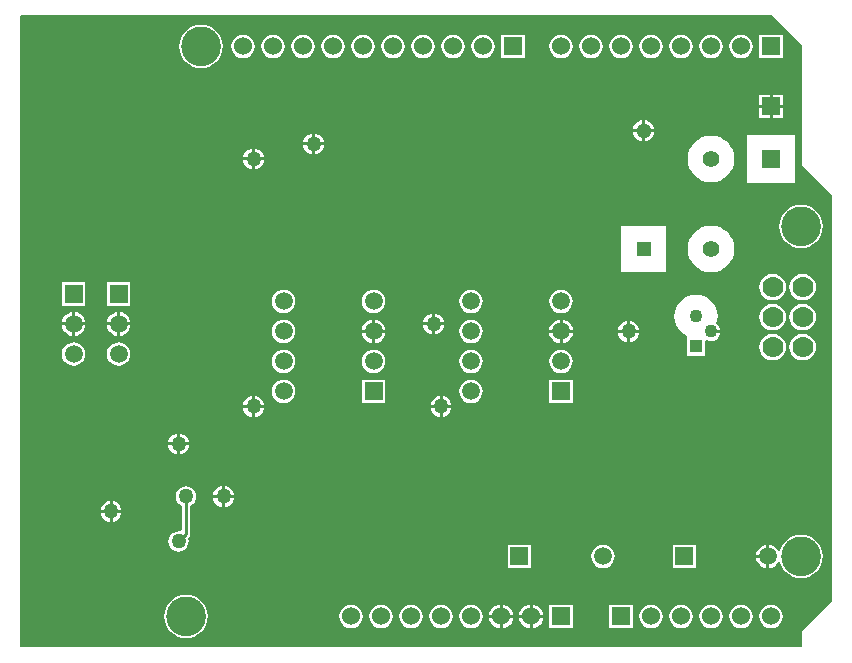
<source format=gbl>
G04*
G04 #@! TF.GenerationSoftware,Altium Limited,Altium Designer,20.0.12 (288)*
G04*
G04 Layer_Physical_Order=2*
G04 Layer_Color=16711680*
%FSLAX25Y25*%
%MOIN*%
G70*
G01*
G75*
%ADD14C,0.01000*%
%ADD15C,0.00500*%
%ADD17C,0.00700*%
%ADD36C,0.04331*%
%ADD37R,0.04331X0.04331*%
%ADD40C,0.05118*%
%ADD41R,0.05118X0.05118*%
%ADD48C,0.05906*%
%ADD49R,0.05906X0.05906*%
%ADD50R,0.05906X0.05906*%
%ADD51C,0.05512*%
%ADD52C,0.12598*%
%ADD53R,0.06000X0.06000*%
%ADD54C,0.06000*%
%ADD55C,0.07000*%
%ADD56C,0.05000*%
G36*
X260000Y200000D02*
Y160000D01*
X270000Y150000D01*
Y15000D01*
X260000Y5000D01*
Y0D01*
X0D01*
X-0Y210000D01*
X250000Y210000D01*
X260000Y200000D01*
D02*
G37*
%LPC*%
G36*
X253900Y203900D02*
X246100D01*
Y196100D01*
X253900D01*
Y203900D01*
D02*
G37*
G36*
X167900D02*
X160100D01*
Y196100D01*
X167900D01*
Y203900D01*
D02*
G37*
G36*
X240000Y203934D02*
X238982Y203800D01*
X238033Y203407D01*
X237218Y202782D01*
X236593Y201967D01*
X236200Y201018D01*
X236066Y200000D01*
X236200Y198982D01*
X236593Y198033D01*
X237218Y197219D01*
X238033Y196593D01*
X238982Y196200D01*
X240000Y196066D01*
X241018Y196200D01*
X241967Y196593D01*
X242781Y197219D01*
X243407Y198033D01*
X243800Y198982D01*
X243934Y200000D01*
X243800Y201018D01*
X243407Y201967D01*
X242781Y202782D01*
X241967Y203407D01*
X241018Y203800D01*
X240000Y203934D01*
D02*
G37*
G36*
X230000D02*
X228982Y203800D01*
X228033Y203407D01*
X227219Y202782D01*
X226593Y201967D01*
X226200Y201018D01*
X226066Y200000D01*
X226200Y198982D01*
X226593Y198033D01*
X227219Y197219D01*
X228033Y196593D01*
X228982Y196200D01*
X230000Y196066D01*
X231018Y196200D01*
X231967Y196593D01*
X232782Y197219D01*
X233407Y198033D01*
X233800Y198982D01*
X233934Y200000D01*
X233800Y201018D01*
X233407Y201967D01*
X232782Y202782D01*
X231967Y203407D01*
X231018Y203800D01*
X230000Y203934D01*
D02*
G37*
G36*
X220000D02*
X218982Y203800D01*
X218033Y203407D01*
X217218Y202782D01*
X216593Y201967D01*
X216200Y201018D01*
X216066Y200000D01*
X216200Y198982D01*
X216593Y198033D01*
X217218Y197219D01*
X218033Y196593D01*
X218982Y196200D01*
X220000Y196066D01*
X221018Y196200D01*
X221967Y196593D01*
X222781Y197219D01*
X223407Y198033D01*
X223800Y198982D01*
X223934Y200000D01*
X223800Y201018D01*
X223407Y201967D01*
X222781Y202782D01*
X221967Y203407D01*
X221018Y203800D01*
X220000Y203934D01*
D02*
G37*
G36*
X210000D02*
X208982Y203800D01*
X208033Y203407D01*
X207219Y202782D01*
X206593Y201967D01*
X206200Y201018D01*
X206066Y200000D01*
X206200Y198982D01*
X206593Y198033D01*
X207219Y197219D01*
X208033Y196593D01*
X208982Y196200D01*
X210000Y196066D01*
X211018Y196200D01*
X211967Y196593D01*
X212782Y197219D01*
X213407Y198033D01*
X213800Y198982D01*
X213934Y200000D01*
X213800Y201018D01*
X213407Y201967D01*
X212782Y202782D01*
X211967Y203407D01*
X211018Y203800D01*
X210000Y203934D01*
D02*
G37*
G36*
X200000D02*
X198982Y203800D01*
X198033Y203407D01*
X197219Y202782D01*
X196593Y201967D01*
X196200Y201018D01*
X196066Y200000D01*
X196200Y198982D01*
X196593Y198033D01*
X197219Y197219D01*
X198033Y196593D01*
X198982Y196200D01*
X200000Y196066D01*
X201018Y196200D01*
X201967Y196593D01*
X202782Y197219D01*
X203407Y198033D01*
X203800Y198982D01*
X203934Y200000D01*
X203800Y201018D01*
X203407Y201967D01*
X202782Y202782D01*
X201967Y203407D01*
X201018Y203800D01*
X200000Y203934D01*
D02*
G37*
G36*
X190000D02*
X188982Y203800D01*
X188033Y203407D01*
X187218Y202782D01*
X186593Y201967D01*
X186200Y201018D01*
X186066Y200000D01*
X186200Y198982D01*
X186593Y198033D01*
X187218Y197219D01*
X188033Y196593D01*
X188982Y196200D01*
X190000Y196066D01*
X191018Y196200D01*
X191967Y196593D01*
X192781Y197219D01*
X193407Y198033D01*
X193800Y198982D01*
X193934Y200000D01*
X193800Y201018D01*
X193407Y201967D01*
X192781Y202782D01*
X191967Y203407D01*
X191018Y203800D01*
X190000Y203934D01*
D02*
G37*
G36*
X180000D02*
X178982Y203800D01*
X178033Y203407D01*
X177218Y202782D01*
X176593Y201967D01*
X176200Y201018D01*
X176066Y200000D01*
X176200Y198982D01*
X176593Y198033D01*
X177218Y197219D01*
X178033Y196593D01*
X178982Y196200D01*
X180000Y196066D01*
X181018Y196200D01*
X181967Y196593D01*
X182782Y197219D01*
X183407Y198033D01*
X183800Y198982D01*
X183934Y200000D01*
X183800Y201018D01*
X183407Y201967D01*
X182782Y202782D01*
X181967Y203407D01*
X181018Y203800D01*
X180000Y203934D01*
D02*
G37*
G36*
X154000D02*
X152982Y203800D01*
X152033Y203407D01*
X151218Y202782D01*
X150593Y201967D01*
X150200Y201018D01*
X150066Y200000D01*
X150200Y198982D01*
X150593Y198033D01*
X151218Y197219D01*
X152033Y196593D01*
X152982Y196200D01*
X154000Y196066D01*
X155018Y196200D01*
X155967Y196593D01*
X156781Y197219D01*
X157407Y198033D01*
X157800Y198982D01*
X157934Y200000D01*
X157800Y201018D01*
X157407Y201967D01*
X156781Y202782D01*
X155967Y203407D01*
X155018Y203800D01*
X154000Y203934D01*
D02*
G37*
G36*
X144000D02*
X142982Y203800D01*
X142033Y203407D01*
X141218Y202782D01*
X140593Y201967D01*
X140200Y201018D01*
X140066Y200000D01*
X140200Y198982D01*
X140593Y198033D01*
X141218Y197219D01*
X142033Y196593D01*
X142982Y196200D01*
X144000Y196066D01*
X145018Y196200D01*
X145967Y196593D01*
X146782Y197219D01*
X147407Y198033D01*
X147800Y198982D01*
X147934Y200000D01*
X147800Y201018D01*
X147407Y201967D01*
X146782Y202782D01*
X145967Y203407D01*
X145018Y203800D01*
X144000Y203934D01*
D02*
G37*
G36*
X134000D02*
X132982Y203800D01*
X132033Y203407D01*
X131219Y202782D01*
X130593Y201967D01*
X130200Y201018D01*
X130066Y200000D01*
X130200Y198982D01*
X130593Y198033D01*
X131219Y197219D01*
X132033Y196593D01*
X132982Y196200D01*
X134000Y196066D01*
X135018Y196200D01*
X135967Y196593D01*
X136782Y197219D01*
X137407Y198033D01*
X137800Y198982D01*
X137934Y200000D01*
X137800Y201018D01*
X137407Y201967D01*
X136782Y202782D01*
X135967Y203407D01*
X135018Y203800D01*
X134000Y203934D01*
D02*
G37*
G36*
X124000D02*
X122982Y203800D01*
X122033Y203407D01*
X121219Y202782D01*
X120593Y201967D01*
X120200Y201018D01*
X120066Y200000D01*
X120200Y198982D01*
X120593Y198033D01*
X121219Y197219D01*
X122033Y196593D01*
X122982Y196200D01*
X124000Y196066D01*
X125018Y196200D01*
X125967Y196593D01*
X126781Y197219D01*
X127407Y198033D01*
X127800Y198982D01*
X127934Y200000D01*
X127800Y201018D01*
X127407Y201967D01*
X126781Y202782D01*
X125967Y203407D01*
X125018Y203800D01*
X124000Y203934D01*
D02*
G37*
G36*
X114000D02*
X112982Y203800D01*
X112033Y203407D01*
X111219Y202782D01*
X110593Y201967D01*
X110200Y201018D01*
X110066Y200000D01*
X110200Y198982D01*
X110593Y198033D01*
X111219Y197219D01*
X112033Y196593D01*
X112982Y196200D01*
X114000Y196066D01*
X115018Y196200D01*
X115967Y196593D01*
X116781Y197219D01*
X117407Y198033D01*
X117800Y198982D01*
X117934Y200000D01*
X117800Y201018D01*
X117407Y201967D01*
X116781Y202782D01*
X115967Y203407D01*
X115018Y203800D01*
X114000Y203934D01*
D02*
G37*
G36*
X104000D02*
X102982Y203800D01*
X102033Y203407D01*
X101218Y202782D01*
X100593Y201967D01*
X100200Y201018D01*
X100066Y200000D01*
X100200Y198982D01*
X100593Y198033D01*
X101218Y197219D01*
X102033Y196593D01*
X102982Y196200D01*
X104000Y196066D01*
X105018Y196200D01*
X105967Y196593D01*
X106781Y197219D01*
X107407Y198033D01*
X107800Y198982D01*
X107934Y200000D01*
X107800Y201018D01*
X107407Y201967D01*
X106781Y202782D01*
X105967Y203407D01*
X105018Y203800D01*
X104000Y203934D01*
D02*
G37*
G36*
X94000D02*
X92982Y203800D01*
X92033Y203407D01*
X91219Y202782D01*
X90593Y201967D01*
X90200Y201018D01*
X90066Y200000D01*
X90200Y198982D01*
X90593Y198033D01*
X91219Y197219D01*
X92033Y196593D01*
X92982Y196200D01*
X94000Y196066D01*
X95018Y196200D01*
X95967Y196593D01*
X96781Y197219D01*
X97407Y198033D01*
X97800Y198982D01*
X97934Y200000D01*
X97800Y201018D01*
X97407Y201967D01*
X96781Y202782D01*
X95967Y203407D01*
X95018Y203800D01*
X94000Y203934D01*
D02*
G37*
G36*
X84000D02*
X82982Y203800D01*
X82033Y203407D01*
X81218Y202782D01*
X80593Y201967D01*
X80200Y201018D01*
X80066Y200000D01*
X80200Y198982D01*
X80593Y198033D01*
X81218Y197219D01*
X82033Y196593D01*
X82982Y196200D01*
X84000Y196066D01*
X85018Y196200D01*
X85967Y196593D01*
X86782Y197219D01*
X87407Y198033D01*
X87800Y198982D01*
X87934Y200000D01*
X87800Y201018D01*
X87407Y201967D01*
X86782Y202782D01*
X85967Y203407D01*
X85018Y203800D01*
X84000Y203934D01*
D02*
G37*
G36*
X74000D02*
X72982Y203800D01*
X72033Y203407D01*
X71219Y202782D01*
X70593Y201967D01*
X70200Y201018D01*
X70066Y200000D01*
X70200Y198982D01*
X70593Y198033D01*
X71219Y197219D01*
X72033Y196593D01*
X72982Y196200D01*
X74000Y196066D01*
X75018Y196200D01*
X75967Y196593D01*
X76781Y197219D01*
X77407Y198033D01*
X77800Y198982D01*
X77934Y200000D01*
X77800Y201018D01*
X77407Y201967D01*
X76781Y202782D01*
X75967Y203407D01*
X75018Y203800D01*
X74000Y203934D01*
D02*
G37*
G36*
X60000Y207234D02*
X58589Y207095D01*
X57232Y206683D01*
X55981Y206015D01*
X54885Y205115D01*
X53985Y204019D01*
X53317Y202768D01*
X52905Y201411D01*
X52766Y200000D01*
X52905Y198589D01*
X53317Y197232D01*
X53985Y195981D01*
X54885Y194885D01*
X55981Y193985D01*
X57232Y193317D01*
X58589Y192905D01*
X60000Y192766D01*
X61411Y192905D01*
X62768Y193317D01*
X64019Y193985D01*
X65115Y194885D01*
X66015Y195981D01*
X66683Y197232D01*
X67095Y198589D01*
X67234Y200000D01*
X67095Y201411D01*
X66683Y202768D01*
X66015Y204019D01*
X65115Y205115D01*
X64019Y206015D01*
X62768Y206683D01*
X61411Y207095D01*
X60000Y207234D01*
D02*
G37*
G36*
X253953Y183953D02*
X250500D01*
Y180500D01*
X253953D01*
Y183953D01*
D02*
G37*
G36*
X249500D02*
X246047D01*
Y180500D01*
X249500D01*
Y183953D01*
D02*
G37*
G36*
X253953Y179500D02*
X250500D01*
Y176047D01*
X253953D01*
Y179500D01*
D02*
G37*
G36*
X249500D02*
X246047D01*
Y176047D01*
X249500D01*
Y179500D01*
D02*
G37*
G36*
X208000Y175394D02*
Y172370D01*
X211024D01*
X210967Y172799D01*
X210609Y173665D01*
X210038Y174408D01*
X209295Y174979D01*
X208429Y175338D01*
X208000Y175394D01*
D02*
G37*
G36*
X207000D02*
X206571Y175338D01*
X205705Y174979D01*
X204962Y174408D01*
X204391Y173665D01*
X204033Y172799D01*
X203976Y172370D01*
X207000D01*
Y175394D01*
D02*
G37*
G36*
X211024Y171370D02*
X208000D01*
Y168346D01*
X208429Y168403D01*
X209295Y168761D01*
X210038Y169332D01*
X210609Y170075D01*
X210967Y170941D01*
X211024Y171370D01*
D02*
G37*
G36*
X207000D02*
X203976D01*
X204033Y170941D01*
X204391Y170075D01*
X204962Y169332D01*
X205705Y168761D01*
X206571Y168403D01*
X207000Y168346D01*
Y171370D01*
D02*
G37*
G36*
X98000Y170964D02*
Y168000D01*
X100964D01*
X100910Y168414D01*
X100557Y169265D01*
X99996Y169996D01*
X99265Y170557D01*
X98414Y170910D01*
X98000Y170964D01*
D02*
G37*
G36*
X97000D02*
X96586Y170910D01*
X95735Y170557D01*
X95004Y169996D01*
X94443Y169265D01*
X94090Y168414D01*
X94036Y168000D01*
X97000D01*
Y170964D01*
D02*
G37*
G36*
X100964Y167000D02*
X98000D01*
Y164036D01*
X98414Y164090D01*
X99265Y164443D01*
X99996Y165004D01*
X100557Y165735D01*
X100910Y166586D01*
X100964Y167000D01*
D02*
G37*
G36*
X97000D02*
X94036D01*
X94090Y166586D01*
X94443Y165735D01*
X95004Y165004D01*
X95735Y164443D01*
X96586Y164090D01*
X97000Y164036D01*
Y167000D01*
D02*
G37*
G36*
X78000Y165964D02*
Y163000D01*
X80964D01*
X80910Y163414D01*
X80557Y164265D01*
X79996Y164996D01*
X79265Y165557D01*
X78414Y165910D01*
X78000Y165964D01*
D02*
G37*
G36*
X77000D02*
X76586Y165910D01*
X75735Y165557D01*
X75004Y164996D01*
X74443Y164265D01*
X74090Y163414D01*
X74036Y163000D01*
X77000D01*
Y165964D01*
D02*
G37*
G36*
X80964Y162000D02*
X78000D01*
Y159036D01*
X78414Y159090D01*
X79265Y159443D01*
X79996Y160004D01*
X80557Y160735D01*
X80910Y161586D01*
X80964Y162000D01*
D02*
G37*
G36*
X77000D02*
X74036D01*
X74090Y161586D01*
X74443Y160735D01*
X75004Y160004D01*
X75735Y159443D01*
X76586Y159090D01*
X77000Y159036D01*
Y162000D01*
D02*
G37*
G36*
X230000Y170293D02*
X228480Y170144D01*
X227018Y169700D01*
X225670Y168980D01*
X224489Y168011D01*
X223520Y166830D01*
X222800Y165482D01*
X222356Y164020D01*
X222207Y162500D01*
X222356Y160980D01*
X222800Y159518D01*
X223520Y158170D01*
X224489Y156989D01*
X225670Y156020D01*
X227018Y155300D01*
X228480Y154856D01*
X230000Y154707D01*
X231520Y154856D01*
X232982Y155300D01*
X234330Y156020D01*
X235511Y156989D01*
X236480Y158170D01*
X237200Y159518D01*
X237644Y160980D01*
X237793Y162500D01*
X237644Y164020D01*
X237200Y165482D01*
X236480Y166830D01*
X235511Y168011D01*
X234330Y168980D01*
X232982Y169700D01*
X231520Y170144D01*
X230000Y170293D01*
D02*
G37*
G36*
X257953Y170453D02*
X242047D01*
Y154547D01*
X257953D01*
Y170453D01*
D02*
G37*
G36*
X260000Y147234D02*
X258589Y147095D01*
X257232Y146683D01*
X255981Y146015D01*
X254885Y145115D01*
X253985Y144019D01*
X253317Y142768D01*
X252905Y141411D01*
X252766Y140000D01*
X252905Y138589D01*
X253317Y137232D01*
X253985Y135981D01*
X254885Y134885D01*
X255981Y133985D01*
X257232Y133317D01*
X258589Y132905D01*
X260000Y132766D01*
X261411Y132905D01*
X262768Y133317D01*
X264019Y133985D01*
X265115Y134885D01*
X266015Y135981D01*
X266683Y137232D01*
X267095Y138589D01*
X267234Y140000D01*
X267095Y141411D01*
X266683Y142768D01*
X266015Y144019D01*
X265115Y145115D01*
X264019Y146015D01*
X262768Y146683D01*
X261411Y147095D01*
X260000Y147234D01*
D02*
G37*
G36*
X215059Y140059D02*
X199941D01*
Y124941D01*
X215059D01*
Y140059D01*
D02*
G37*
G36*
X230000Y140293D02*
X228480Y140144D01*
X227018Y139700D01*
X225670Y138980D01*
X224489Y138011D01*
X223520Y136830D01*
X222800Y135482D01*
X222356Y134020D01*
X222207Y132500D01*
X222356Y130980D01*
X222800Y129518D01*
X223520Y128170D01*
X224489Y126989D01*
X225670Y126020D01*
X227018Y125300D01*
X228480Y124856D01*
X230000Y124707D01*
X231520Y124856D01*
X232982Y125300D01*
X234330Y126020D01*
X235511Y126989D01*
X236480Y128170D01*
X237200Y129518D01*
X237644Y130980D01*
X237793Y132500D01*
X237644Y134020D01*
X237200Y135482D01*
X236480Y136830D01*
X235511Y138011D01*
X234330Y138980D01*
X232982Y139700D01*
X231520Y140144D01*
X230000Y140293D01*
D02*
G37*
G36*
X260551Y124241D02*
X259403Y124090D01*
X258332Y123646D01*
X257413Y122941D01*
X256708Y122022D01*
X256264Y120952D01*
X256113Y119803D01*
X256264Y118655D01*
X256708Y117584D01*
X257413Y116665D01*
X258332Y115960D01*
X259403Y115516D01*
X260551Y115365D01*
X261700Y115516D01*
X262770Y115960D01*
X263689Y116665D01*
X264395Y117584D01*
X264838Y118655D01*
X264989Y119803D01*
X264838Y120952D01*
X264395Y122022D01*
X263689Y122941D01*
X262770Y123646D01*
X261700Y124090D01*
X260551Y124241D01*
D02*
G37*
G36*
X250551D02*
X249403Y124090D01*
X248332Y123646D01*
X247413Y122941D01*
X246708Y122022D01*
X246264Y120952D01*
X246113Y119803D01*
X246264Y118655D01*
X246708Y117584D01*
X247413Y116665D01*
X248332Y115960D01*
X249403Y115516D01*
X250551Y115365D01*
X251700Y115516D01*
X252770Y115960D01*
X253689Y116665D01*
X254395Y117584D01*
X254838Y118655D01*
X254989Y119803D01*
X254838Y120952D01*
X254395Y122022D01*
X253689Y122941D01*
X252770Y123646D01*
X251700Y124090D01*
X250551Y124241D01*
D02*
G37*
G36*
X36353Y121353D02*
X28647D01*
Y113647D01*
X36353D01*
Y121353D01*
D02*
G37*
G36*
X21353D02*
X13647D01*
Y113647D01*
X21353D01*
Y121353D01*
D02*
G37*
G36*
X180000Y118886D02*
X178994Y118754D01*
X178057Y118365D01*
X177252Y117748D01*
X176635Y116943D01*
X176246Y116006D01*
X176114Y115000D01*
X176246Y113994D01*
X176635Y113057D01*
X177252Y112252D01*
X178057Y111635D01*
X178994Y111246D01*
X180000Y111114D01*
X181006Y111246D01*
X181943Y111635D01*
X182748Y112252D01*
X183365Y113057D01*
X183754Y113994D01*
X183886Y115000D01*
X183754Y116006D01*
X183365Y116943D01*
X182748Y117748D01*
X181943Y118365D01*
X181006Y118754D01*
X180000Y118886D01*
D02*
G37*
G36*
X150000D02*
X148994Y118754D01*
X148057Y118365D01*
X147252Y117748D01*
X146635Y116943D01*
X146246Y116006D01*
X146114Y115000D01*
X146246Y113994D01*
X146635Y113057D01*
X147252Y112252D01*
X148057Y111635D01*
X148994Y111246D01*
X150000Y111114D01*
X151006Y111246D01*
X151943Y111635D01*
X152748Y112252D01*
X153365Y113057D01*
X153754Y113994D01*
X153886Y115000D01*
X153754Y116006D01*
X153365Y116943D01*
X152748Y117748D01*
X151943Y118365D01*
X151006Y118754D01*
X150000Y118886D01*
D02*
G37*
G36*
X117500D02*
X116494Y118754D01*
X115557Y118365D01*
X114752Y117748D01*
X114135Y116943D01*
X113746Y116006D01*
X113614Y115000D01*
X113746Y113994D01*
X114135Y113057D01*
X114752Y112252D01*
X115557Y111635D01*
X116494Y111246D01*
X117500Y111114D01*
X118506Y111246D01*
X119443Y111635D01*
X120248Y112252D01*
X120865Y113057D01*
X121254Y113994D01*
X121386Y115000D01*
X121254Y116006D01*
X120865Y116943D01*
X120248Y117748D01*
X119443Y118365D01*
X118506Y118754D01*
X117500Y118886D01*
D02*
G37*
G36*
X87500D02*
X86494Y118754D01*
X85557Y118365D01*
X84752Y117748D01*
X84135Y116943D01*
X83746Y116006D01*
X83614Y115000D01*
X83746Y113994D01*
X84135Y113057D01*
X84752Y112252D01*
X85557Y111635D01*
X86494Y111246D01*
X87500Y111114D01*
X88506Y111246D01*
X89443Y111635D01*
X90248Y112252D01*
X90865Y113057D01*
X91254Y113994D01*
X91386Y115000D01*
X91254Y116006D01*
X90865Y116943D01*
X90248Y117748D01*
X89443Y118365D01*
X88506Y118754D01*
X87500Y118886D01*
D02*
G37*
G36*
X33000Y111421D02*
Y108000D01*
X36421D01*
X36351Y108532D01*
X35953Y109493D01*
X35319Y110319D01*
X34493Y110953D01*
X33532Y111351D01*
X33000Y111421D01*
D02*
G37*
G36*
X18000D02*
Y108000D01*
X21421D01*
X21351Y108532D01*
X20953Y109493D01*
X20319Y110319D01*
X19493Y110953D01*
X18532Y111351D01*
X18000Y111421D01*
D02*
G37*
G36*
X138000Y110964D02*
Y108000D01*
X140964D01*
X140910Y108414D01*
X140557Y109265D01*
X139996Y109996D01*
X139265Y110557D01*
X138414Y110910D01*
X138000Y110964D01*
D02*
G37*
G36*
X137000D02*
X136586Y110910D01*
X135735Y110557D01*
X135004Y109996D01*
X134443Y109265D01*
X134090Y108414D01*
X134036Y108000D01*
X137000D01*
Y110964D01*
D02*
G37*
G36*
X32000Y111421D02*
X31468Y111351D01*
X30507Y110953D01*
X29681Y110319D01*
X29047Y109493D01*
X28649Y108532D01*
X28579Y108000D01*
X32000D01*
Y111421D01*
D02*
G37*
G36*
X17000D02*
X16468Y111351D01*
X15507Y110953D01*
X14681Y110319D01*
X14047Y109493D01*
X13649Y108532D01*
X13579Y108000D01*
X17000D01*
Y111421D01*
D02*
G37*
G36*
X180500Y108921D02*
Y105500D01*
X183921D01*
X183851Y106032D01*
X183453Y106993D01*
X182819Y107819D01*
X181993Y108453D01*
X181032Y108851D01*
X180500Y108921D01*
D02*
G37*
G36*
X118000D02*
Y105500D01*
X121421D01*
X121351Y106032D01*
X120953Y106993D01*
X120319Y107819D01*
X119493Y108453D01*
X118532Y108851D01*
X118000Y108921D01*
D02*
G37*
G36*
X203000Y108464D02*
Y105500D01*
X205964D01*
X205910Y105914D01*
X205557Y106765D01*
X204996Y107496D01*
X204265Y108057D01*
X203414Y108410D01*
X203000Y108464D01*
D02*
G37*
G36*
X202000D02*
X201586Y108410D01*
X200735Y108057D01*
X200004Y107496D01*
X199443Y106765D01*
X199090Y105914D01*
X199036Y105500D01*
X202000D01*
Y108464D01*
D02*
G37*
G36*
X179500Y108921D02*
X178968Y108851D01*
X178007Y108453D01*
X177181Y107819D01*
X176547Y106993D01*
X176149Y106032D01*
X176079Y105500D01*
X179500D01*
Y108921D01*
D02*
G37*
G36*
X117000D02*
X116468Y108851D01*
X115507Y108453D01*
X114681Y107819D01*
X114047Y106993D01*
X113649Y106032D01*
X113579Y105500D01*
X117000D01*
Y108921D01*
D02*
G37*
G36*
X260551Y114241D02*
X259403Y114090D01*
X258332Y113646D01*
X257413Y112941D01*
X256708Y112022D01*
X256264Y110952D01*
X256113Y109803D01*
X256264Y108654D01*
X256708Y107584D01*
X257413Y106665D01*
X258332Y105960D01*
X259403Y105516D01*
X260551Y105365D01*
X261700Y105516D01*
X262770Y105960D01*
X263689Y106665D01*
X264395Y107584D01*
X264838Y108654D01*
X264989Y109803D01*
X264838Y110952D01*
X264395Y112022D01*
X263689Y112941D01*
X262770Y113646D01*
X261700Y114090D01*
X260551Y114241D01*
D02*
G37*
G36*
X250551D02*
X249403Y114090D01*
X248332Y113646D01*
X247413Y112941D01*
X246708Y112022D01*
X246264Y110952D01*
X246113Y109803D01*
X246264Y108654D01*
X246708Y107584D01*
X247413Y106665D01*
X248332Y105960D01*
X249403Y105516D01*
X250551Y105365D01*
X251700Y105516D01*
X252770Y105960D01*
X253689Y106665D01*
X254395Y107584D01*
X254838Y108654D01*
X254989Y109803D01*
X254838Y110952D01*
X254395Y112022D01*
X253689Y112941D01*
X252770Y113646D01*
X251700Y114090D01*
X250551Y114241D01*
D02*
G37*
G36*
X140964Y107000D02*
X138000D01*
Y104036D01*
X138414Y104090D01*
X139265Y104443D01*
X139996Y105004D01*
X140557Y105735D01*
X140910Y106586D01*
X140964Y107000D01*
D02*
G37*
G36*
X137000D02*
X134036D01*
X134090Y106586D01*
X134443Y105735D01*
X135004Y105004D01*
X135735Y104443D01*
X136586Y104090D01*
X137000Y104036D01*
Y107000D01*
D02*
G37*
G36*
X36421D02*
X33000D01*
Y103579D01*
X33532Y103649D01*
X34493Y104047D01*
X35319Y104681D01*
X35953Y105507D01*
X36351Y106468D01*
X36421Y107000D01*
D02*
G37*
G36*
X21421D02*
X18000D01*
Y103579D01*
X18532Y103649D01*
X19493Y104047D01*
X20319Y104681D01*
X20953Y105507D01*
X21351Y106468D01*
X21421Y107000D01*
D02*
G37*
G36*
X32000D02*
X28579D01*
X28649Y106468D01*
X29047Y105507D01*
X29681Y104681D01*
X30507Y104047D01*
X31468Y103649D01*
X32000Y103579D01*
Y107000D01*
D02*
G37*
G36*
X17000D02*
X13579D01*
X13649Y106468D01*
X14047Y105507D01*
X14681Y104681D01*
X15507Y104047D01*
X16468Y103649D01*
X17000Y103579D01*
Y107000D01*
D02*
G37*
G36*
X225000Y117200D02*
X223595Y117062D01*
X222245Y116652D01*
X221000Y115987D01*
X219909Y115091D01*
X219013Y114000D01*
X218348Y112755D01*
X217938Y111405D01*
X217800Y110000D01*
X217938Y108595D01*
X218348Y107245D01*
X219013Y106000D01*
X219909Y104909D01*
X221000Y104013D01*
X221880Y103543D01*
X221935Y103065D01*
X221935Y103065D01*
X221935Y103065D01*
Y96935D01*
X228065D01*
Y101920D01*
X228565Y102168D01*
X229174Y101916D01*
X230000Y101807D01*
X230826Y101916D01*
X231596Y102235D01*
X232258Y102743D01*
X232765Y103404D01*
X233084Y104174D01*
X233193Y105000D01*
X233084Y105826D01*
X232765Y106596D01*
X232258Y107257D01*
X231769Y107632D01*
X232062Y108595D01*
X232200Y110000D01*
X232062Y111405D01*
X231652Y112755D01*
X230987Y114000D01*
X230091Y115091D01*
X229000Y115987D01*
X227755Y116652D01*
X226405Y117062D01*
X225000Y117200D01*
D02*
G37*
G36*
X205964Y104500D02*
X203000D01*
Y101536D01*
X203414Y101590D01*
X204265Y101943D01*
X204996Y102504D01*
X205557Y103235D01*
X205910Y104086D01*
X205964Y104500D01*
D02*
G37*
G36*
X202000D02*
X199036D01*
X199090Y104086D01*
X199443Y103235D01*
X200004Y102504D01*
X200735Y101943D01*
X201586Y101590D01*
X202000Y101536D01*
Y104500D01*
D02*
G37*
G36*
X150000Y108886D02*
X148994Y108754D01*
X148057Y108365D01*
X147252Y107748D01*
X146635Y106943D01*
X146246Y106006D01*
X146114Y105000D01*
X146246Y103994D01*
X146635Y103057D01*
X147252Y102252D01*
X148057Y101635D01*
X148994Y101246D01*
X150000Y101114D01*
X151006Y101246D01*
X151943Y101635D01*
X152748Y102252D01*
X153365Y103057D01*
X153754Y103994D01*
X153886Y105000D01*
X153754Y106006D01*
X153365Y106943D01*
X152748Y107748D01*
X151943Y108365D01*
X151006Y108754D01*
X150000Y108886D01*
D02*
G37*
G36*
X87500D02*
X86494Y108754D01*
X85557Y108365D01*
X84752Y107748D01*
X84135Y106943D01*
X83746Y106006D01*
X83614Y105000D01*
X83746Y103994D01*
X84135Y103057D01*
X84752Y102252D01*
X85557Y101635D01*
X86494Y101246D01*
X87500Y101114D01*
X88506Y101246D01*
X89443Y101635D01*
X90248Y102252D01*
X90865Y103057D01*
X91254Y103994D01*
X91386Y105000D01*
X91254Y106006D01*
X90865Y106943D01*
X90248Y107748D01*
X89443Y108365D01*
X88506Y108754D01*
X87500Y108886D01*
D02*
G37*
G36*
X183921Y104500D02*
X180500D01*
Y101079D01*
X181032Y101149D01*
X181993Y101547D01*
X182819Y102181D01*
X183453Y103007D01*
X183851Y103968D01*
X183921Y104500D01*
D02*
G37*
G36*
X121421D02*
X118000D01*
Y101079D01*
X118532Y101149D01*
X119493Y101547D01*
X120319Y102181D01*
X120953Y103007D01*
X121351Y103968D01*
X121421Y104500D01*
D02*
G37*
G36*
X179500D02*
X176079D01*
X176149Y103968D01*
X176547Y103007D01*
X177181Y102181D01*
X178007Y101547D01*
X178968Y101149D01*
X179500Y101079D01*
Y104500D01*
D02*
G37*
G36*
X117000D02*
X113579D01*
X113649Y103968D01*
X114047Y103007D01*
X114681Y102181D01*
X115507Y101547D01*
X116468Y101149D01*
X117000Y101079D01*
Y104500D01*
D02*
G37*
G36*
X260551Y104241D02*
X259403Y104090D01*
X258332Y103647D01*
X257413Y102941D01*
X256708Y102022D01*
X256264Y100952D01*
X256113Y99803D01*
X256264Y98655D01*
X256708Y97584D01*
X257413Y96665D01*
X258332Y95960D01*
X259403Y95516D01*
X260551Y95365D01*
X261700Y95516D01*
X262770Y95960D01*
X263689Y96665D01*
X264395Y97584D01*
X264838Y98655D01*
X264989Y99803D01*
X264838Y100952D01*
X264395Y102022D01*
X263689Y102941D01*
X262770Y103647D01*
X261700Y104090D01*
X260551Y104241D01*
D02*
G37*
G36*
X250551D02*
X249403Y104090D01*
X248332Y103647D01*
X247413Y102941D01*
X246708Y102022D01*
X246264Y100952D01*
X246113Y99803D01*
X246264Y98655D01*
X246708Y97584D01*
X247413Y96665D01*
X248332Y95960D01*
X249403Y95516D01*
X250551Y95365D01*
X251700Y95516D01*
X252770Y95960D01*
X253689Y96665D01*
X254395Y97584D01*
X254838Y98655D01*
X254989Y99803D01*
X254838Y100952D01*
X254395Y102022D01*
X253689Y102941D01*
X252770Y103647D01*
X251700Y104090D01*
X250551Y104241D01*
D02*
G37*
G36*
X32500Y101386D02*
X31494Y101254D01*
X30557Y100865D01*
X29752Y100248D01*
X29135Y99443D01*
X28746Y98506D01*
X28614Y97500D01*
X28746Y96494D01*
X29135Y95557D01*
X29752Y94752D01*
X30557Y94135D01*
X31494Y93746D01*
X32500Y93614D01*
X33506Y93746D01*
X34443Y94135D01*
X35248Y94752D01*
X35865Y95557D01*
X36254Y96494D01*
X36386Y97500D01*
X36254Y98506D01*
X35865Y99443D01*
X35248Y100248D01*
X34443Y100865D01*
X33506Y101254D01*
X32500Y101386D01*
D02*
G37*
G36*
X17500D02*
X16494Y101254D01*
X15557Y100865D01*
X14752Y100248D01*
X14135Y99443D01*
X13746Y98506D01*
X13614Y97500D01*
X13746Y96494D01*
X14135Y95557D01*
X14752Y94752D01*
X15557Y94135D01*
X16494Y93746D01*
X17500Y93614D01*
X18506Y93746D01*
X19443Y94135D01*
X20248Y94752D01*
X20865Y95557D01*
X21254Y96494D01*
X21386Y97500D01*
X21254Y98506D01*
X20865Y99443D01*
X20248Y100248D01*
X19443Y100865D01*
X18506Y101254D01*
X17500Y101386D01*
D02*
G37*
G36*
X180000Y98886D02*
X178994Y98754D01*
X178057Y98365D01*
X177252Y97748D01*
X176635Y96943D01*
X176246Y96006D01*
X176114Y95000D01*
X176246Y93994D01*
X176635Y93057D01*
X177252Y92252D01*
X178057Y91635D01*
X178994Y91246D01*
X180000Y91114D01*
X181006Y91246D01*
X181943Y91635D01*
X182748Y92252D01*
X183365Y93057D01*
X183754Y93994D01*
X183886Y95000D01*
X183754Y96006D01*
X183365Y96943D01*
X182748Y97748D01*
X181943Y98365D01*
X181006Y98754D01*
X180000Y98886D01*
D02*
G37*
G36*
X150000D02*
X148994Y98754D01*
X148057Y98365D01*
X147252Y97748D01*
X146635Y96943D01*
X146246Y96006D01*
X146114Y95000D01*
X146246Y93994D01*
X146635Y93057D01*
X147252Y92252D01*
X148057Y91635D01*
X148994Y91246D01*
X150000Y91114D01*
X151006Y91246D01*
X151943Y91635D01*
X152748Y92252D01*
X153365Y93057D01*
X153754Y93994D01*
X153886Y95000D01*
X153754Y96006D01*
X153365Y96943D01*
X152748Y97748D01*
X151943Y98365D01*
X151006Y98754D01*
X150000Y98886D01*
D02*
G37*
G36*
X117500D02*
X116494Y98754D01*
X115557Y98365D01*
X114752Y97748D01*
X114135Y96943D01*
X113746Y96006D01*
X113614Y95000D01*
X113746Y93994D01*
X114135Y93057D01*
X114752Y92252D01*
X115557Y91635D01*
X116494Y91246D01*
X117500Y91114D01*
X118506Y91246D01*
X119443Y91635D01*
X120248Y92252D01*
X120865Y93057D01*
X121254Y93994D01*
X121386Y95000D01*
X121254Y96006D01*
X120865Y96943D01*
X120248Y97748D01*
X119443Y98365D01*
X118506Y98754D01*
X117500Y98886D01*
D02*
G37*
G36*
X87500D02*
X86494Y98754D01*
X85557Y98365D01*
X84752Y97748D01*
X84135Y96943D01*
X83746Y96006D01*
X83614Y95000D01*
X83746Y93994D01*
X84135Y93057D01*
X84752Y92252D01*
X85557Y91635D01*
X86494Y91246D01*
X87500Y91114D01*
X88506Y91246D01*
X89443Y91635D01*
X90248Y92252D01*
X90865Y93057D01*
X91254Y93994D01*
X91386Y95000D01*
X91254Y96006D01*
X90865Y96943D01*
X90248Y97748D01*
X89443Y98365D01*
X88506Y98754D01*
X87500Y98886D01*
D02*
G37*
G36*
X183853Y88853D02*
X176147D01*
Y81147D01*
X183853D01*
Y88853D01*
D02*
G37*
G36*
X121353D02*
X113647D01*
Y81147D01*
X121353D01*
Y88853D01*
D02*
G37*
G36*
X150000Y88886D02*
X148994Y88754D01*
X148057Y88365D01*
X147252Y87748D01*
X146635Y86943D01*
X146246Y86006D01*
X146114Y85000D01*
X146246Y83994D01*
X146635Y83057D01*
X147252Y82252D01*
X148057Y81635D01*
X148994Y81246D01*
X150000Y81114D01*
X151006Y81246D01*
X151943Y81635D01*
X152748Y82252D01*
X153365Y83057D01*
X153754Y83994D01*
X153886Y85000D01*
X153754Y86006D01*
X153365Y86943D01*
X152748Y87748D01*
X151943Y88365D01*
X151006Y88754D01*
X150000Y88886D01*
D02*
G37*
G36*
X87500D02*
X86494Y88754D01*
X85557Y88365D01*
X84752Y87748D01*
X84135Y86943D01*
X83746Y86006D01*
X83614Y85000D01*
X83746Y83994D01*
X84135Y83057D01*
X84752Y82252D01*
X85557Y81635D01*
X86494Y81246D01*
X87500Y81114D01*
X88506Y81246D01*
X89443Y81635D01*
X90248Y82252D01*
X90865Y83057D01*
X91254Y83994D01*
X91386Y85000D01*
X91254Y86006D01*
X90865Y86943D01*
X90248Y87748D01*
X89443Y88365D01*
X88506Y88754D01*
X87500Y88886D01*
D02*
G37*
G36*
X140500Y83464D02*
Y80500D01*
X143464D01*
X143410Y80914D01*
X143057Y81765D01*
X142496Y82496D01*
X141765Y83057D01*
X140914Y83410D01*
X140500Y83464D01*
D02*
G37*
G36*
X139500D02*
X139086Y83410D01*
X138235Y83057D01*
X137504Y82496D01*
X136943Y81765D01*
X136590Y80914D01*
X136536Y80500D01*
X139500D01*
Y83464D01*
D02*
G37*
G36*
X78000D02*
Y80500D01*
X80964D01*
X80910Y80914D01*
X80557Y81765D01*
X79996Y82496D01*
X79265Y83057D01*
X78414Y83410D01*
X78000Y83464D01*
D02*
G37*
G36*
X77000D02*
X76586Y83410D01*
X75735Y83057D01*
X75004Y82496D01*
X74443Y81765D01*
X74090Y80914D01*
X74036Y80500D01*
X77000D01*
Y83464D01*
D02*
G37*
G36*
X143464Y79500D02*
X140500D01*
Y76536D01*
X140914Y76590D01*
X141765Y76943D01*
X142496Y77504D01*
X143057Y78235D01*
X143410Y79086D01*
X143464Y79500D01*
D02*
G37*
G36*
X139500D02*
X136536D01*
X136590Y79086D01*
X136943Y78235D01*
X137504Y77504D01*
X138235Y76943D01*
X139086Y76590D01*
X139500Y76536D01*
Y79500D01*
D02*
G37*
G36*
X80964D02*
X78000D01*
Y76536D01*
X78414Y76590D01*
X79265Y76943D01*
X79996Y77504D01*
X80557Y78235D01*
X80910Y79086D01*
X80964Y79500D01*
D02*
G37*
G36*
X77000D02*
X74036D01*
X74090Y79086D01*
X74443Y78235D01*
X75004Y77504D01*
X75735Y76943D01*
X76586Y76590D01*
X77000Y76536D01*
Y79500D01*
D02*
G37*
G36*
X53000Y70964D02*
Y68000D01*
X55964D01*
X55910Y68414D01*
X55557Y69265D01*
X54996Y69996D01*
X54265Y70557D01*
X53414Y70910D01*
X53000Y70964D01*
D02*
G37*
G36*
X52000D02*
X51586Y70910D01*
X50735Y70557D01*
X50004Y69996D01*
X49443Y69265D01*
X49090Y68414D01*
X49036Y68000D01*
X52000D01*
Y70964D01*
D02*
G37*
G36*
X55964Y67000D02*
X53000D01*
Y64036D01*
X53414Y64090D01*
X54265Y64443D01*
X54996Y65004D01*
X55557Y65735D01*
X55910Y66586D01*
X55964Y67000D01*
D02*
G37*
G36*
X52000D02*
X49036D01*
X49090Y66586D01*
X49443Y65735D01*
X50004Y65004D01*
X50735Y64443D01*
X51586Y64090D01*
X52000Y64036D01*
Y67000D01*
D02*
G37*
G36*
X68000Y53464D02*
Y50500D01*
X70964D01*
X70910Y50914D01*
X70557Y51765D01*
X69996Y52496D01*
X69265Y53057D01*
X68414Y53410D01*
X68000Y53464D01*
D02*
G37*
G36*
X67000D02*
X66586Y53410D01*
X65735Y53057D01*
X65004Y52496D01*
X64443Y51765D01*
X64090Y50914D01*
X64036Y50500D01*
X67000D01*
Y53464D01*
D02*
G37*
G36*
X70964Y49500D02*
X68000D01*
Y46536D01*
X68414Y46590D01*
X69265Y46943D01*
X69996Y47504D01*
X70557Y48235D01*
X70910Y49086D01*
X70964Y49500D01*
D02*
G37*
G36*
X67000D02*
X64036D01*
X64090Y49086D01*
X64443Y48235D01*
X65004Y47504D01*
X65735Y46943D01*
X66586Y46590D01*
X67000Y46536D01*
Y49500D01*
D02*
G37*
G36*
X30500Y48464D02*
Y45500D01*
X33464D01*
X33410Y45914D01*
X33057Y46765D01*
X32496Y47496D01*
X31765Y48057D01*
X30914Y48410D01*
X30500Y48464D01*
D02*
G37*
G36*
X29500D02*
X29086Y48410D01*
X28235Y48057D01*
X27504Y47496D01*
X26943Y46765D01*
X26590Y45914D01*
X26536Y45500D01*
X29500D01*
Y48464D01*
D02*
G37*
G36*
X33464Y44500D02*
X30500D01*
Y41536D01*
X30914Y41590D01*
X31765Y41943D01*
X32496Y42504D01*
X33057Y43235D01*
X33410Y44086D01*
X33464Y44500D01*
D02*
G37*
G36*
X29500D02*
X26536D01*
X26590Y44086D01*
X26943Y43235D01*
X27504Y42504D01*
X28235Y41943D01*
X29086Y41590D01*
X29500Y41536D01*
Y44500D01*
D02*
G37*
G36*
X55000Y53429D02*
X54112Y53312D01*
X53285Y52970D01*
X52575Y52425D01*
X52030Y51715D01*
X51688Y50888D01*
X51571Y50000D01*
X51688Y49112D01*
X52030Y48285D01*
X52575Y47575D01*
X53285Y47030D01*
X53573Y46911D01*
Y38739D01*
X53073Y38354D01*
X52500Y38429D01*
X51612Y38313D01*
X50785Y37970D01*
X50075Y37425D01*
X49530Y36715D01*
X49187Y35888D01*
X49071Y35000D01*
X49187Y34112D01*
X49530Y33285D01*
X50075Y32575D01*
X50785Y32030D01*
X51612Y31688D01*
X52500Y31571D01*
X53388Y31688D01*
X54215Y32030D01*
X54925Y32575D01*
X55470Y33285D01*
X55813Y34112D01*
X55929Y35000D01*
X55813Y35888D01*
X55694Y36175D01*
X56009Y36491D01*
X56009Y36491D01*
X56319Y36954D01*
X56427Y37500D01*
Y46911D01*
X56715Y47030D01*
X57425Y47575D01*
X57970Y48285D01*
X58312Y49112D01*
X58429Y50000D01*
X58312Y50888D01*
X57970Y51715D01*
X57425Y52425D01*
X56715Y52970D01*
X55888Y53312D01*
X55000Y53429D01*
D02*
G37*
G36*
X260000Y37234D02*
X258589Y37095D01*
X257232Y36683D01*
X255981Y36015D01*
X254885Y35115D01*
X253985Y34019D01*
X253317Y32768D01*
X253034Y31838D01*
X252504Y31812D01*
X252429Y31993D01*
X251796Y32819D01*
X250970Y33453D01*
X250008Y33851D01*
X249476Y33921D01*
Y30000D01*
Y26079D01*
X250008Y26149D01*
X250970Y26547D01*
X251796Y27181D01*
X252429Y28007D01*
X252504Y28188D01*
X253034Y28162D01*
X253317Y27232D01*
X253985Y25981D01*
X254885Y24885D01*
X255981Y23985D01*
X257232Y23317D01*
X258589Y22905D01*
X260000Y22766D01*
X261411Y22905D01*
X262768Y23317D01*
X264019Y23985D01*
X265115Y24885D01*
X266015Y25981D01*
X266683Y27232D01*
X267095Y28589D01*
X267234Y30000D01*
X267095Y31411D01*
X266683Y32768D01*
X266015Y34019D01*
X265115Y35115D01*
X264019Y36015D01*
X262768Y36683D01*
X261411Y37095D01*
X260000Y37234D01*
D02*
G37*
G36*
X248476Y33921D02*
X247944Y33851D01*
X246983Y33453D01*
X246157Y32819D01*
X245524Y31993D01*
X245125Y31032D01*
X245055Y30500D01*
X248476D01*
Y33921D01*
D02*
G37*
G36*
X224876Y33853D02*
X217171D01*
Y26147D01*
X224876D01*
Y33853D01*
D02*
G37*
G36*
X169876D02*
X162171D01*
Y26147D01*
X169876D01*
Y33853D01*
D02*
G37*
G36*
X193976Y33886D02*
X192971Y33754D01*
X192033Y33365D01*
X191229Y32748D01*
X190611Y31943D01*
X190223Y31006D01*
X190090Y30000D01*
X190223Y28994D01*
X190611Y28057D01*
X191229Y27252D01*
X192033Y26635D01*
X192971Y26246D01*
X193976Y26114D01*
X194982Y26246D01*
X195919Y26635D01*
X196724Y27252D01*
X197342Y28057D01*
X197730Y28994D01*
X197862Y30000D01*
X197730Y31006D01*
X197342Y31943D01*
X196724Y32748D01*
X195919Y33365D01*
X194982Y33754D01*
X193976Y33886D01*
D02*
G37*
G36*
X248476Y29500D02*
X245055D01*
X245125Y28968D01*
X245524Y28007D01*
X246157Y27181D01*
X246983Y26547D01*
X247944Y26149D01*
X248476Y26079D01*
Y29500D01*
D02*
G37*
G36*
X170500Y13969D02*
Y10500D01*
X173969D01*
X173897Y11044D01*
X173494Y12017D01*
X172853Y12853D01*
X172017Y13494D01*
X171044Y13897D01*
X170500Y13969D01*
D02*
G37*
G36*
X160500D02*
Y10500D01*
X163969D01*
X163897Y11044D01*
X163494Y12017D01*
X162853Y12853D01*
X162017Y13494D01*
X161044Y13897D01*
X160500Y13969D01*
D02*
G37*
G36*
X169500D02*
X168956Y13897D01*
X167983Y13494D01*
X167147Y12853D01*
X166506Y12017D01*
X166103Y11044D01*
X166031Y10500D01*
X169500D01*
Y13969D01*
D02*
G37*
G36*
X159500D02*
X158956Y13897D01*
X157983Y13494D01*
X157147Y12853D01*
X156506Y12017D01*
X156103Y11044D01*
X156031Y10500D01*
X159500D01*
Y13969D01*
D02*
G37*
G36*
X203900Y13900D02*
X196100D01*
Y6100D01*
X203900D01*
Y13900D01*
D02*
G37*
G36*
X183900D02*
X176100D01*
Y6100D01*
X183900D01*
Y13900D01*
D02*
G37*
G36*
X250000Y13934D02*
X248982Y13800D01*
X248033Y13407D01*
X247218Y12781D01*
X246593Y11967D01*
X246200Y11018D01*
X246066Y10000D01*
X246200Y8982D01*
X246593Y8033D01*
X247218Y7219D01*
X248033Y6593D01*
X248982Y6200D01*
X250000Y6066D01*
X251018Y6200D01*
X251967Y6593D01*
X252782Y7219D01*
X253407Y8033D01*
X253800Y8982D01*
X253934Y10000D01*
X253800Y11018D01*
X253407Y11967D01*
X252782Y12781D01*
X251967Y13407D01*
X251018Y13800D01*
X250000Y13934D01*
D02*
G37*
G36*
X240000D02*
X238982Y13800D01*
X238033Y13407D01*
X237218Y12781D01*
X236593Y11967D01*
X236200Y11018D01*
X236066Y10000D01*
X236200Y8982D01*
X236593Y8033D01*
X237218Y7219D01*
X238033Y6593D01*
X238982Y6200D01*
X240000Y6066D01*
X241018Y6200D01*
X241967Y6593D01*
X242781Y7219D01*
X243407Y8033D01*
X243800Y8982D01*
X243934Y10000D01*
X243800Y11018D01*
X243407Y11967D01*
X242781Y12781D01*
X241967Y13407D01*
X241018Y13800D01*
X240000Y13934D01*
D02*
G37*
G36*
X230000D02*
X228982Y13800D01*
X228033Y13407D01*
X227219Y12781D01*
X226593Y11967D01*
X226200Y11018D01*
X226066Y10000D01*
X226200Y8982D01*
X226593Y8033D01*
X227219Y7219D01*
X228033Y6593D01*
X228982Y6200D01*
X230000Y6066D01*
X231018Y6200D01*
X231967Y6593D01*
X232782Y7219D01*
X233407Y8033D01*
X233800Y8982D01*
X233934Y10000D01*
X233800Y11018D01*
X233407Y11967D01*
X232782Y12781D01*
X231967Y13407D01*
X231018Y13800D01*
X230000Y13934D01*
D02*
G37*
G36*
X220000D02*
X218982Y13800D01*
X218033Y13407D01*
X217218Y12781D01*
X216593Y11967D01*
X216200Y11018D01*
X216066Y10000D01*
X216200Y8982D01*
X216593Y8033D01*
X217218Y7219D01*
X218033Y6593D01*
X218982Y6200D01*
X220000Y6066D01*
X221018Y6200D01*
X221967Y6593D01*
X222781Y7219D01*
X223407Y8033D01*
X223800Y8982D01*
X223934Y10000D01*
X223800Y11018D01*
X223407Y11967D01*
X222781Y12781D01*
X221967Y13407D01*
X221018Y13800D01*
X220000Y13934D01*
D02*
G37*
G36*
X210000D02*
X208982Y13800D01*
X208033Y13407D01*
X207219Y12781D01*
X206593Y11967D01*
X206200Y11018D01*
X206066Y10000D01*
X206200Y8982D01*
X206593Y8033D01*
X207219Y7219D01*
X208033Y6593D01*
X208982Y6200D01*
X210000Y6066D01*
X211018Y6200D01*
X211967Y6593D01*
X212782Y7219D01*
X213407Y8033D01*
X213800Y8982D01*
X213934Y10000D01*
X213800Y11018D01*
X213407Y11967D01*
X212782Y12781D01*
X211967Y13407D01*
X211018Y13800D01*
X210000Y13934D01*
D02*
G37*
G36*
X150000D02*
X148982Y13800D01*
X148033Y13407D01*
X147219Y12781D01*
X146593Y11967D01*
X146200Y11018D01*
X146066Y10000D01*
X146200Y8982D01*
X146593Y8033D01*
X147219Y7219D01*
X148033Y6593D01*
X148982Y6200D01*
X150000Y6066D01*
X151018Y6200D01*
X151967Y6593D01*
X152781Y7219D01*
X153407Y8033D01*
X153800Y8982D01*
X153934Y10000D01*
X153800Y11018D01*
X153407Y11967D01*
X152781Y12781D01*
X151967Y13407D01*
X151018Y13800D01*
X150000Y13934D01*
D02*
G37*
G36*
X140000D02*
X138982Y13800D01*
X138033Y13407D01*
X137218Y12781D01*
X136593Y11967D01*
X136200Y11018D01*
X136066Y10000D01*
X136200Y8982D01*
X136593Y8033D01*
X137218Y7219D01*
X138033Y6593D01*
X138982Y6200D01*
X140000Y6066D01*
X141018Y6200D01*
X141967Y6593D01*
X142781Y7219D01*
X143407Y8033D01*
X143800Y8982D01*
X143934Y10000D01*
X143800Y11018D01*
X143407Y11967D01*
X142781Y12781D01*
X141967Y13407D01*
X141018Y13800D01*
X140000Y13934D01*
D02*
G37*
G36*
X130000D02*
X128982Y13800D01*
X128033Y13407D01*
X127218Y12781D01*
X126593Y11967D01*
X126200Y11018D01*
X126066Y10000D01*
X126200Y8982D01*
X126593Y8033D01*
X127218Y7219D01*
X128033Y6593D01*
X128982Y6200D01*
X130000Y6066D01*
X131018Y6200D01*
X131967Y6593D01*
X132782Y7219D01*
X133407Y8033D01*
X133800Y8982D01*
X133934Y10000D01*
X133800Y11018D01*
X133407Y11967D01*
X132782Y12781D01*
X131967Y13407D01*
X131018Y13800D01*
X130000Y13934D01*
D02*
G37*
G36*
X120000D02*
X118982Y13800D01*
X118033Y13407D01*
X117218Y12781D01*
X116593Y11967D01*
X116200Y11018D01*
X116066Y10000D01*
X116200Y8982D01*
X116593Y8033D01*
X117218Y7219D01*
X118033Y6593D01*
X118982Y6200D01*
X120000Y6066D01*
X121018Y6200D01*
X121967Y6593D01*
X122782Y7219D01*
X123407Y8033D01*
X123800Y8982D01*
X123934Y10000D01*
X123800Y11018D01*
X123407Y11967D01*
X122782Y12781D01*
X121967Y13407D01*
X121018Y13800D01*
X120000Y13934D01*
D02*
G37*
G36*
X110000D02*
X108982Y13800D01*
X108033Y13407D01*
X107219Y12781D01*
X106593Y11967D01*
X106200Y11018D01*
X106066Y10000D01*
X106200Y8982D01*
X106593Y8033D01*
X107219Y7219D01*
X108033Y6593D01*
X108982Y6200D01*
X110000Y6066D01*
X111018Y6200D01*
X111967Y6593D01*
X112782Y7219D01*
X113407Y8033D01*
X113800Y8982D01*
X113934Y10000D01*
X113800Y11018D01*
X113407Y11967D01*
X112782Y12781D01*
X111967Y13407D01*
X111018Y13800D01*
X110000Y13934D01*
D02*
G37*
G36*
X173969Y9500D02*
X170500D01*
Y6031D01*
X171044Y6103D01*
X172017Y6506D01*
X172853Y7147D01*
X173494Y7983D01*
X173897Y8956D01*
X173969Y9500D01*
D02*
G37*
G36*
X163969D02*
X160500D01*
Y6031D01*
X161044Y6103D01*
X162017Y6506D01*
X162853Y7147D01*
X163494Y7983D01*
X163897Y8956D01*
X163969Y9500D01*
D02*
G37*
G36*
X169500D02*
X166031D01*
X166103Y8956D01*
X166506Y7983D01*
X167147Y7147D01*
X167983Y6506D01*
X168956Y6103D01*
X169500Y6031D01*
Y9500D01*
D02*
G37*
G36*
X159500D02*
X156031D01*
X156103Y8956D01*
X156506Y7983D01*
X157147Y7147D01*
X157983Y6506D01*
X158956Y6103D01*
X159500Y6031D01*
Y9500D01*
D02*
G37*
G36*
X55000Y17234D02*
X53589Y17095D01*
X52232Y16683D01*
X50981Y16015D01*
X49885Y15115D01*
X48985Y14019D01*
X48317Y12768D01*
X47905Y11411D01*
X47766Y10000D01*
X47905Y8589D01*
X48317Y7232D01*
X48985Y5981D01*
X49885Y4885D01*
X50981Y3985D01*
X52232Y3317D01*
X53589Y2905D01*
X55000Y2766D01*
X56411Y2905D01*
X57768Y3317D01*
X59019Y3985D01*
X60115Y4885D01*
X61015Y5981D01*
X61683Y7232D01*
X62095Y8589D01*
X62234Y10000D01*
X62095Y11411D01*
X61683Y12768D01*
X61015Y14019D01*
X60115Y15115D01*
X59019Y16015D01*
X57768Y16683D01*
X56411Y17095D01*
X55000Y17234D01*
D02*
G37*
%LPD*%
D14*
X235000Y102500D02*
Y104414D01*
X230000Y105000D02*
X234414D01*
X235000Y104414D01*
X52500Y35000D02*
X55000Y37500D01*
Y50000D01*
D15*
X266299Y140000D02*
G03*
X266299Y140000I-6299J0D01*
G01*
X61299Y10000D02*
G03*
X61299Y10000I-6299J0D01*
G01*
X266299Y30000D02*
G03*
X266299Y30000I-6299J0D01*
G01*
X66299Y200000D02*
G03*
X66299Y200000I-6299J0D01*
G01*
X0Y210000D02*
X250000D01*
X0Y0D02*
X260000D01*
X0D02*
Y210000D01*
X250000D02*
X260000Y200000D01*
Y160000D02*
Y200000D01*
Y160000D02*
X270000Y150000D01*
Y15000D02*
Y150000D01*
X260000Y5000D02*
X270000Y15000D01*
X260000Y0D02*
Y5000D01*
D17*
X171000Y98001D02*
Y101334D01*
X170334Y102000D01*
X169001D01*
X168334Y101334D01*
Y98001D01*
X164336Y102000D02*
X167001D01*
X164336Y99334D01*
Y98668D01*
X165002Y98001D01*
X166335D01*
X167001Y98668D01*
X108500Y98001D02*
Y101334D01*
X107834Y102000D01*
X106501D01*
X105834Y101334D01*
Y98001D01*
X104501Y98668D02*
X103835Y98001D01*
X102502D01*
X101836Y98668D01*
Y99334D01*
X102502Y100001D01*
X103168D01*
X102502D01*
X101836Y100667D01*
Y101334D01*
X102502Y102000D01*
X103835D01*
X104501Y101334D01*
D36*
X230000Y105000D02*
D03*
X225000Y110000D02*
D03*
D37*
Y100000D02*
D03*
D40*
X207500Y171870D02*
D03*
D41*
Y132500D02*
D03*
D48*
X32500Y97500D02*
D03*
Y107500D02*
D03*
X17500Y97500D02*
D03*
Y107500D02*
D03*
X193976Y30000D02*
D03*
X248976D02*
D03*
X180000Y95000D02*
D03*
Y105000D02*
D03*
Y115000D02*
D03*
X150000Y85000D02*
D03*
Y95000D02*
D03*
Y105000D02*
D03*
Y115000D02*
D03*
X117500Y95000D02*
D03*
Y105000D02*
D03*
Y115000D02*
D03*
X87500Y85000D02*
D03*
Y95000D02*
D03*
Y105000D02*
D03*
Y115000D02*
D03*
D49*
X32500Y117500D02*
D03*
X17500D02*
D03*
X250000Y180000D02*
D03*
Y162500D02*
D03*
D50*
X166024Y30000D02*
D03*
X221024D02*
D03*
X180000Y85000D02*
D03*
X117500D02*
D03*
D51*
X230000Y162500D02*
D03*
Y132500D02*
D03*
D52*
X260000Y30000D02*
D03*
Y140000D02*
D03*
X55000Y10000D02*
D03*
X60000Y200000D02*
D03*
D53*
X200000Y10000D02*
D03*
X164000Y200000D02*
D03*
X250000D02*
D03*
X180000Y10000D02*
D03*
D54*
X210000D02*
D03*
X220000D02*
D03*
X230000D02*
D03*
X240000D02*
D03*
X250000D02*
D03*
X154000Y200000D02*
D03*
X144000D02*
D03*
X134000D02*
D03*
X124000D02*
D03*
X114000D02*
D03*
X104000D02*
D03*
X94000D02*
D03*
X84000D02*
D03*
X74000D02*
D03*
X220000D02*
D03*
X210000D02*
D03*
X200000D02*
D03*
X190000D02*
D03*
X180000D02*
D03*
X240000D02*
D03*
X230000D02*
D03*
X150000Y10000D02*
D03*
X140000D02*
D03*
X130000D02*
D03*
X120000D02*
D03*
X110000D02*
D03*
X170000D02*
D03*
X160000D02*
D03*
D55*
X250551Y119803D02*
D03*
X260551D02*
D03*
X250551Y109803D02*
D03*
X260551D02*
D03*
X250551Y99803D02*
D03*
X260551D02*
D03*
D56*
X222500Y40000D02*
D03*
X202500Y105000D02*
D03*
X137500Y107500D02*
D03*
X52500Y67500D02*
D03*
X67500Y50000D02*
D03*
X30000Y45000D02*
D03*
X52500Y35000D02*
D03*
X55000Y50000D02*
D03*
X140000Y80000D02*
D03*
X77500D02*
D03*
X97500Y167500D02*
D03*
X77500Y162500D02*
D03*
M02*

</source>
